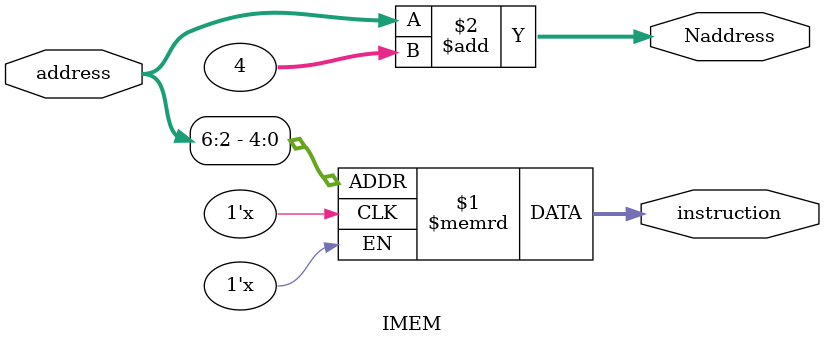
<source format=v>
module IMEM(address, instruction, Naddress);
   input [31:0] address;
   output [31:0] instruction;
   output [31:0] Naddress;

   reg [31:0] IROM[31:0];

   assign instruction = IROM[address[6:2]];
   assign Naddress = address + 4;
endmodule

</source>
